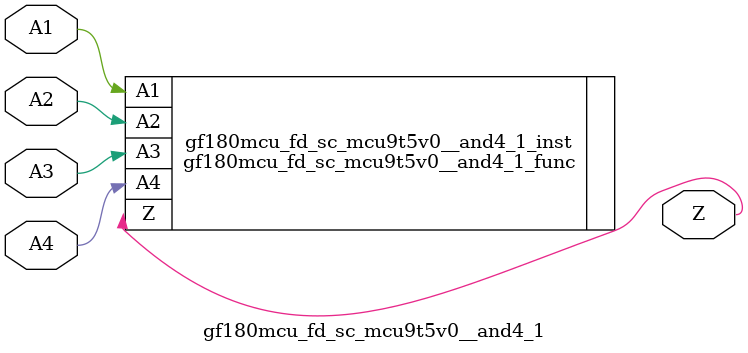
<source format=v>

module gf180mcu_fd_sc_mcu9t5v0__and4_1( A1, A2, A3, A4, Z );
input A1, A2, A3, A4;
output Z;

   `ifdef FUNCTIONAL  //  functional //

	gf180mcu_fd_sc_mcu9t5v0__and4_1_func gf180mcu_fd_sc_mcu9t5v0__and4_1_behav_inst(.A1(A1),.A2(A2),.A3(A3),.A4(A4),.Z(Z));

   `else

	gf180mcu_fd_sc_mcu9t5v0__and4_1_func gf180mcu_fd_sc_mcu9t5v0__and4_1_inst(.A1(A1),.A2(A2),.A3(A3),.A4(A4),.Z(Z));

	// spec_gates_begin


	// spec_gates_end



   specify

	// specify_block_begin

	// comb arc A1 --> Z
	 (A1 => Z) = (1.0,1.0);

	// comb arc A2 --> Z
	 (A2 => Z) = (1.0,1.0);

	// comb arc A3 --> Z
	 (A3 => Z) = (1.0,1.0);

	// comb arc A4 --> Z
	 (A4 => Z) = (1.0,1.0);

	// specify_block_end

   endspecify

   `endif

endmodule

</source>
